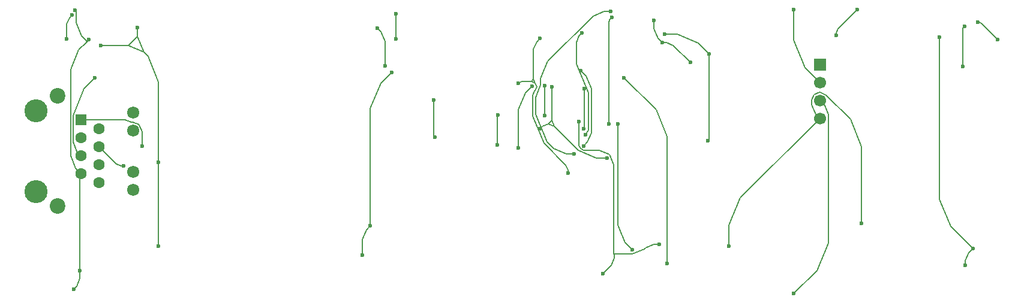
<source format=gbr>
%TF.GenerationSoftware,KiCad,Pcbnew,9.0.6*%
%TF.CreationDate,2026-01-10T21:11:38+01:00*%
%TF.ProjectId,_autosave-sisterboard_A,5f617574-6f73-4617-9665-2d7369737465,1.0*%
%TF.SameCoordinates,Original*%
%TF.FileFunction,Copper,L2,Bot*%
%TF.FilePolarity,Positive*%
%FSLAX46Y46*%
G04 Gerber Fmt 4.6, Leading zero omitted, Abs format (unit mm)*
G04 Created by KiCad (PCBNEW 9.0.6) date 2026-01-10 21:11:38*
%MOMM*%
%LPD*%
G01*
G04 APERTURE LIST*
G04 Aperture macros list*
%AMRoundRect*
0 Rectangle with rounded corners*
0 $1 Rounding radius*
0 $2 $3 $4 $5 $6 $7 $8 $9 X,Y pos of 4 corners*
0 Add a 4 corners polygon primitive as box body*
4,1,4,$2,$3,$4,$5,$6,$7,$8,$9,$2,$3,0*
0 Add four circle primitives for the rounded corners*
1,1,$1+$1,$2,$3*
1,1,$1+$1,$4,$5*
1,1,$1+$1,$6,$7*
1,1,$1+$1,$8,$9*
0 Add four rect primitives between the rounded corners*
20,1,$1+$1,$2,$3,$4,$5,0*
20,1,$1+$1,$4,$5,$6,$7,0*
20,1,$1+$1,$6,$7,$8,$9,0*
20,1,$1+$1,$8,$9,$2,$3,0*%
G04 Aperture macros list end*
%TA.AperFunction,ComponentPad*%
%ADD10C,2.200000*%
%TD*%
%TA.AperFunction,ComponentPad*%
%ADD11C,1.720000*%
%TD*%
%TA.AperFunction,ComponentPad*%
%ADD12C,1.600000*%
%TD*%
%TA.AperFunction,ComponentPad*%
%ADD13RoundRect,0.250000X-0.550000X0.550000X-0.550000X-0.550000X0.550000X-0.550000X0.550000X0.550000X0*%
%TD*%
%TA.AperFunction,WasherPad*%
%ADD14C,3.260000*%
%TD*%
%TA.AperFunction,ComponentPad*%
%ADD15C,1.700000*%
%TD*%
%TA.AperFunction,ComponentPad*%
%ADD16R,1.700000X1.700000*%
%TD*%
%TA.AperFunction,ViaPad*%
%ADD17C,0.600000*%
%TD*%
%TA.AperFunction,Conductor*%
%ADD18C,0.200000*%
%TD*%
G04 APERTURE END LIST*
D10*
%TO.P,J1,SH*%
%TO.N,N/C*%
X81550000Y-104510000D03*
X81550000Y-88920000D03*
D11*
%TO.P,J1,14*%
X92220000Y-102175000D03*
%TO.P,J1,13*%
X92220000Y-99635000D03*
%TO.P,J1,12*%
X92220000Y-93795000D03*
%TO.P,J1,11*%
X92220000Y-91255000D03*
D12*
%TO.P,J1,9*%
X87390000Y-101160000D03*
%TO.P,J1,8*%
%TO.N,GND*%
X84850000Y-99890000D03*
%TO.P,J1,7*%
%TO.N,+3.3V*%
X87390000Y-98620000D03*
%TO.P,J1,6*%
%TO.N,/SHDNZ*%
X84850000Y-97350000D03*
%TO.P,J1,5*%
%TO.N,/SCL_MOSI*%
X87390000Y-96080000D03*
%TO.P,J1,4*%
%TO.N,/SDA_SSZ*%
X84850000Y-94810000D03*
%TO.P,J1,3*%
%TO.N,/SDOUT*%
X87390000Y-93540000D03*
D13*
%TO.P,J1,2*%
%TO.N,/BCLK*%
X84850000Y-92270000D03*
D14*
%TO.P,J1,*%
%TO.N,*%
X78500000Y-102430000D03*
X78500000Y-91000000D03*
%TD*%
D15*
%TO.P,J2,4,Pin_4*%
%TO.N,Net-(J2-Pin_4)*%
X189150000Y-92095000D03*
%TO.P,J2,3,Pin_3*%
%TO.N,Net-(J2-Pin_3)*%
X189150000Y-89555000D03*
%TO.P,J2,2,Pin_2*%
%TO.N,Net-(J2-Pin_2)*%
X189150000Y-87015000D03*
D16*
%TO.P,J2,1,Pin_1*%
%TO.N,Net-(J2-Pin_1)*%
X189150000Y-84475000D03*
%TD*%
D17*
%TO.N,Net-(U1-PDMDIN2_GPI2)*%
X155356000Y-85323600D03*
X127782000Y-84681600D03*
X126656000Y-79322400D03*
X155797000Y-95995900D03*
%TO.N,Net-(U1-PDMLK2_GPO2)*%
X156054000Y-94381000D03*
X155547000Y-80037100D03*
%TO.N,Net-(U1-PDMLK1_GPO1)*%
X173499000Y-82986900D03*
X173374000Y-95227800D03*
X167270000Y-80218700D03*
%TO.N,/BCLK*%
X93464600Y-95997200D03*
%TO.N,Net-(U1-PDMCLK4_GPO4)*%
X158559000Y-114016000D03*
X166476000Y-109906000D03*
X155164000Y-92555900D03*
%TO.N,Net-(U1-SDOUT)*%
X134655000Y-89510400D03*
X134831000Y-94721000D03*
%TO.N,Net-(U1-PDMDIN4_GPI4)*%
X161523000Y-86350100D03*
X167618000Y-112577000D03*
%TO.N,Net-(J2-Pin_1)*%
X170857000Y-84188600D03*
X211402000Y-78491000D03*
X214204000Y-80911300D03*
X165728000Y-78239700D03*
X166875000Y-81380100D03*
%TO.N,Net-(U1-PDMDIN1_GPI1)*%
X194415000Y-76689200D03*
X191427000Y-80388700D03*
X159582000Y-76980100D03*
X154440000Y-97123200D03*
%TO.N,Net-(J2-Pin_4)*%
X176318000Y-110148000D03*
X195047000Y-106956000D03*
%TO.N,Net-(J2-Pin_3)*%
X185451000Y-116885000D03*
%TO.N,Net-(U1-PDMDIN3_GPI3)*%
X124574000Y-111443000D03*
X125691000Y-107325000D03*
X128679000Y-85628000D03*
X155878000Y-87865700D03*
X155809000Y-93605000D03*
%TO.N,Net-(J2-Pin_2)*%
X129333000Y-77290900D03*
X129330000Y-80882000D03*
X82835500Y-80830800D03*
X83586700Y-77509400D03*
X185451000Y-76689200D03*
%TO.N,/SCL_MOSI*%
X90861300Y-98813600D03*
X150308000Y-91724300D03*
X148562000Y-87514700D03*
X150299000Y-87490600D03*
X146607000Y-96254100D03*
%TO.N,/SHDNZ*%
X86847000Y-86374500D03*
%TO.N,Net-(U1-DREG)*%
X143676000Y-91650000D03*
X143619000Y-95873900D03*
%TO.N,+3.3V*%
X149612000Y-93588300D03*
X151336000Y-87625400D03*
X159073000Y-97682200D03*
%TO.N,+1V8*%
X159368000Y-92898400D03*
X159782000Y-77821300D03*
X160675000Y-92900000D03*
X162679000Y-110628000D03*
X209677000Y-112896000D03*
X210731000Y-110500000D03*
X95811000Y-110123000D03*
X92823000Y-79285600D03*
X206024000Y-80594500D03*
X87638300Y-81828700D03*
X95811000Y-98347700D03*
%TO.N,GND*%
X146607000Y-87172700D03*
X149595000Y-80824000D03*
X84729900Y-113602000D03*
X85994700Y-80951400D03*
X83813800Y-116294000D03*
X83975300Y-76793700D03*
X209355000Y-84726500D03*
X209535000Y-79063000D03*
X153604000Y-99820200D03*
%TD*%
D18*
%TO.N,Net-(U1-PDMDIN2_GPI2)*%
X127219000Y-79885100D02*
X126656000Y-79322400D01*
X127782000Y-81243700D02*
X127219000Y-79885100D01*
X127782000Y-84681600D02*
X127782000Y-81243700D01*
X156114000Y-86081000D02*
X155356000Y-85323600D01*
X156871000Y-87909500D02*
X156114000Y-86081000D01*
X156871000Y-94163000D02*
X156871000Y-87909500D01*
X156334000Y-95459100D02*
X156871000Y-94163000D01*
X155797000Y-95995900D02*
X156334000Y-95459100D01*
%TO.N,Net-(U1-PDMLK2_GPO2)*%
X155154000Y-80430400D02*
X155547000Y-80037100D01*
X154760000Y-81379900D02*
X155154000Y-80430400D01*
X154760000Y-84407300D02*
X154760000Y-81379900D01*
X155605000Y-86446200D02*
X154760000Y-84407300D01*
X156450000Y-88485200D02*
X155605000Y-86446200D01*
X156450000Y-93706500D02*
X156450000Y-88485200D01*
X156252000Y-94183400D02*
X156450000Y-93706500D01*
X156054000Y-94381000D02*
X156252000Y-94183400D01*
%TO.N,Net-(U1-PDMLK1_GPO1)*%
X173499000Y-95013700D02*
X173499000Y-82986900D01*
X173436000Y-95165100D02*
X173499000Y-95013700D01*
X173374000Y-95227800D02*
X173436000Y-95165100D01*
X169000000Y-80218700D02*
X167270000Y-80218700D01*
X171954000Y-81442200D02*
X169000000Y-80218700D01*
X173499000Y-82986900D02*
X171954000Y-81442200D01*
%TO.N,/BCLK*%
X91041200Y-92270000D02*
X84850000Y-92270000D01*
X91944600Y-92644200D02*
X91041200Y-92270000D01*
X92181900Y-92644200D02*
X91944600Y-92644200D01*
X93038800Y-92999100D02*
X92181900Y-92644200D01*
X93074200Y-93034600D02*
X93038800Y-92999100D01*
X93464600Y-93976900D02*
X93074200Y-93034600D01*
X93464600Y-95997200D02*
X93464600Y-93976900D01*
%TO.N,Net-(U1-PDMCLK4_GPO4)*%
X160099000Y-111297000D02*
X160069000Y-111224000D01*
X160142000Y-111254000D02*
X160099000Y-111297000D01*
X160069000Y-111224000D02*
X160142000Y-111254000D01*
X160099000Y-111865000D02*
X160099000Y-111297000D01*
X159668000Y-112907000D02*
X160099000Y-111865000D01*
X158559000Y-114016000D02*
X159668000Y-112907000D01*
X165743000Y-109906000D02*
X166476000Y-109906000D01*
X164492000Y-110424000D02*
X165743000Y-109906000D01*
X164336000Y-110580000D02*
X164492000Y-110424000D01*
X162708000Y-111254000D02*
X164336000Y-110580000D01*
X160142000Y-111254000D02*
X162708000Y-111254000D01*
X155164000Y-95931000D02*
X155164000Y-92555900D01*
X155354000Y-96390600D02*
X155164000Y-95931000D01*
X155814000Y-96580900D02*
X155354000Y-96390600D01*
X157979000Y-96580900D02*
X155814000Y-96580900D01*
X159435000Y-97184400D02*
X157979000Y-96580900D01*
X160039000Y-98641200D02*
X159435000Y-97184400D01*
X160039000Y-111194000D02*
X160039000Y-98641200D01*
X160069000Y-111224000D02*
X160039000Y-111194000D01*
%TO.N,Net-(U1-SDOUT)*%
X134655000Y-94420700D02*
X134655000Y-89510400D01*
X134743000Y-94633100D02*
X134655000Y-94420700D01*
X134831000Y-94721000D02*
X134743000Y-94633100D01*
%TO.N,Net-(U1-PDMDIN4_GPI4)*%
X166024000Y-90851700D02*
X161523000Y-86350100D01*
X167618000Y-94699500D02*
X166024000Y-90851700D01*
X167618000Y-112577000D02*
X167618000Y-94699500D01*
%TO.N,Net-(J2-Pin_1)*%
X211593000Y-78491000D02*
X211402000Y-78491000D01*
X211919000Y-78626300D02*
X211593000Y-78491000D01*
X214204000Y-80911300D02*
X211919000Y-78626300D01*
X167461000Y-81380100D02*
X166875000Y-81380100D01*
X168463000Y-81795000D02*
X167461000Y-81380100D01*
X170857000Y-84188600D02*
X168463000Y-81795000D01*
X165728000Y-79422400D02*
X165728000Y-78239700D01*
X166301000Y-80806700D02*
X165728000Y-79422400D01*
X166875000Y-81380100D02*
X166301000Y-80806700D01*
%TO.N,Net-(U1-PDMDIN1_GPI1)*%
X153377000Y-97123200D02*
X154440000Y-97123200D01*
X151562000Y-96371500D02*
X153377000Y-97123200D01*
X150603000Y-95412200D02*
X151562000Y-96371500D01*
X149009000Y-91564400D02*
X150603000Y-95412200D01*
X149009000Y-89135900D02*
X149009000Y-91564400D01*
X149371000Y-88263100D02*
X149009000Y-89135900D01*
X149732000Y-87390200D02*
X149371000Y-88263100D01*
X149732000Y-86475900D02*
X149732000Y-87390200D01*
X150740000Y-84042400D02*
X149732000Y-86475900D01*
X157173000Y-77609500D02*
X150740000Y-84042400D01*
X158692000Y-76980100D02*
X157173000Y-77609500D01*
X159582000Y-76980100D02*
X158692000Y-76980100D01*
X191427000Y-80032900D02*
X191427000Y-80388700D01*
X191679000Y-79425600D02*
X191427000Y-80032900D01*
X194415000Y-76689200D02*
X191679000Y-79425600D01*
%TO.N,Net-(J2-Pin_4)*%
X177912000Y-103333000D02*
X189150000Y-92095000D01*
X176318000Y-107181000D02*
X177912000Y-103333000D01*
X176318000Y-110148000D02*
X176318000Y-107181000D01*
X188577000Y-91522100D02*
X189150000Y-92095000D01*
X188004000Y-90139000D02*
X188577000Y-91522100D01*
X188004000Y-89483300D02*
X188004000Y-90139000D01*
X188311000Y-88742800D02*
X188004000Y-89483300D01*
X189052000Y-88436000D02*
X188311000Y-88742800D01*
X189136000Y-88436000D02*
X189052000Y-88436000D01*
X190021000Y-88802500D02*
X189136000Y-88436000D01*
X193453000Y-92235100D02*
X190021000Y-88802500D01*
X195047000Y-96082900D02*
X193453000Y-92235100D01*
X195047000Y-106956000D02*
X195047000Y-96082900D01*
%TO.N,Net-(J2-Pin_3)*%
X189732000Y-90136600D02*
X189150000Y-89555000D01*
X190313000Y-91540700D02*
X189732000Y-90136600D01*
X190313000Y-109769000D02*
X190313000Y-91540700D01*
X188719000Y-113617000D02*
X190313000Y-109769000D01*
X185451000Y-116885000D02*
X188719000Y-113617000D01*
%TO.N,Net-(U1-PDMDIN3_GPI3)*%
X124574000Y-109232000D02*
X124574000Y-111443000D01*
X125132000Y-107884000D02*
X124574000Y-109232000D01*
X125691000Y-107325000D02*
X125132000Y-107884000D01*
X127185000Y-87122000D02*
X128679000Y-85628000D01*
X125691000Y-90728800D02*
X127185000Y-87122000D01*
X125691000Y-107325000D02*
X125691000Y-90728800D01*
X155844000Y-93570700D02*
X155809000Y-93605000D01*
X155878000Y-93487900D02*
X155844000Y-93570700D01*
X155878000Y-87865700D02*
X155878000Y-93487900D01*
%TO.N,Net-(J2-Pin_2)*%
X129332000Y-77292100D02*
X129333000Y-77290900D01*
X129330000Y-77294800D02*
X129332000Y-77292100D01*
X129330000Y-80882000D02*
X129330000Y-77294800D01*
X187045000Y-84909800D02*
X189150000Y-87015000D01*
X185451000Y-81062000D02*
X187045000Y-84909800D01*
X185451000Y-76689200D02*
X185451000Y-81062000D01*
X82835500Y-78791800D02*
X82835500Y-80830800D01*
X83211100Y-77885000D02*
X82835500Y-78791800D01*
X83586700Y-77509400D02*
X83211100Y-77885000D01*
%TO.N,/SCL_MOSI*%
X89862800Y-98552800D02*
X87390000Y-96080000D01*
X90492400Y-98813600D02*
X89862800Y-98552800D01*
X90861300Y-98813600D02*
X90492400Y-98813600D01*
X150304000Y-87495200D02*
X150299000Y-87490600D01*
X150308000Y-87506500D02*
X150304000Y-87495200D01*
X150308000Y-91724300D02*
X150308000Y-87506500D01*
X147584000Y-88492100D02*
X148562000Y-87514700D01*
X146607000Y-90851800D02*
X147584000Y-88492100D01*
X146607000Y-96254100D02*
X146607000Y-90851800D01*
%TO.N,/SHDNZ*%
X84297000Y-96797000D02*
X84850000Y-97350000D01*
X83744000Y-95461900D02*
X84297000Y-96797000D01*
X83744000Y-91671700D02*
X83744000Y-95461900D01*
X85295500Y-87926000D02*
X83744000Y-91671700D01*
X86847000Y-86374500D02*
X85295500Y-87926000D01*
%TO.N,Net-(U1-DREG)*%
X143647000Y-91678300D02*
X143676000Y-91650000D01*
X143619000Y-91746600D02*
X143647000Y-91678300D01*
X143619000Y-95873900D02*
X143619000Y-91746600D01*
%TO.N,+3.3V*%
X150822000Y-92891500D02*
X151336000Y-92377600D01*
X151700000Y-93254900D02*
X150822000Y-92891500D01*
X151336000Y-92377600D02*
X151700000Y-93254900D01*
X150801000Y-92891500D02*
X150822000Y-92891500D01*
X149960000Y-93239900D02*
X150801000Y-92891500D01*
X149612000Y-93588300D02*
X149960000Y-93239900D01*
X151336000Y-92377600D02*
X151336000Y-87625400D01*
X155085000Y-96640400D02*
X151700000Y-93254900D01*
X157600000Y-97682100D02*
X155085000Y-96640400D01*
X159073000Y-97682100D02*
X157600000Y-97682100D01*
X159073000Y-97682200D02*
X159073000Y-97682100D01*
%TO.N,+1V8*%
X91551400Y-81828700D02*
X92823000Y-80557100D01*
X93722100Y-82727800D02*
X91551400Y-81828700D01*
X92823000Y-80557100D02*
X93722100Y-82727800D01*
X209677000Y-112225000D02*
X209677000Y-112896000D01*
X210152000Y-111079000D02*
X209677000Y-112225000D01*
X210731000Y-110500000D02*
X210152000Y-111079000D01*
X159368000Y-78528900D02*
X159368000Y-92898400D01*
X159575000Y-78028600D02*
X159368000Y-78528900D01*
X159782000Y-77821300D02*
X159575000Y-78028600D01*
X91551400Y-81828700D02*
X87638300Y-81828700D01*
X92823000Y-80557100D02*
X92823000Y-79285600D01*
X160675000Y-107207000D02*
X160675000Y-92900000D01*
X161677000Y-109626000D02*
X160675000Y-107207000D01*
X162679000Y-110628000D02*
X161677000Y-109626000D01*
X206024000Y-103539000D02*
X206024000Y-80594500D01*
X207617000Y-107387000D02*
X206024000Y-103539000D01*
X210731000Y-110500000D02*
X207617000Y-107387000D01*
X95811000Y-110123000D02*
X95811000Y-98347700D01*
X95811000Y-86929500D02*
X95811000Y-98345300D01*
X94317000Y-83322700D02*
X95811000Y-86929500D01*
X93722100Y-82727800D02*
X94317000Y-83322700D01*
X95811000Y-98347700D02*
X95811000Y-98345300D01*
%TO.N,GND*%
X148425000Y-86883300D02*
X148732000Y-86575800D01*
X148950000Y-87100800D02*
X148425000Y-86883300D01*
X148732000Y-86575800D02*
X148950000Y-87100800D01*
X85856400Y-81089600D02*
X85579900Y-81366100D01*
X84271900Y-115836000D02*
X83813800Y-116294000D01*
X84729900Y-114730000D02*
X84271900Y-115836000D01*
X84729900Y-113602000D02*
X84729900Y-114730000D01*
X209445000Y-79153100D02*
X209535000Y-79063000D01*
X209355000Y-79370800D02*
X209445000Y-79153100D01*
X209355000Y-84726500D02*
X209355000Y-79370800D01*
X84070600Y-76888900D02*
X83975300Y-76793700D01*
X84165800Y-77118900D02*
X84070600Y-76888900D01*
X84165800Y-78577800D02*
X84165800Y-77118900D01*
X84942000Y-80451700D02*
X84165800Y-78577800D01*
X85579900Y-81089600D02*
X84942000Y-80451700D01*
X85856400Y-81089600D02*
X85994700Y-80951400D01*
X147101000Y-86883300D02*
X148425000Y-86883300D01*
X146752000Y-87028000D02*
X147101000Y-86883300D01*
X146607000Y-87172700D02*
X146752000Y-87028000D01*
X148732000Y-82297100D02*
X148732000Y-86575800D01*
X149164000Y-81255400D02*
X148732000Y-82297100D01*
X149595000Y-80824000D02*
X149164000Y-81255400D01*
X153604000Y-99405600D02*
X153604000Y-99820200D01*
X153310000Y-98697700D02*
X153604000Y-99405600D01*
X150235000Y-95622700D02*
X153310000Y-98697700D01*
X148642000Y-91774900D02*
X150235000Y-95622700D01*
X148642000Y-88844900D02*
X148642000Y-91774900D01*
X148904000Y-88210600D02*
X148642000Y-88844900D01*
X148944000Y-88170400D02*
X148904000Y-88210600D01*
X149167000Y-87633000D02*
X148944000Y-88170400D01*
X149167000Y-87625700D02*
X149167000Y-87633000D01*
X148950000Y-87100800D02*
X149167000Y-87625700D01*
X85579900Y-81366100D02*
X85579900Y-81089600D01*
X85579900Y-81089600D02*
X85856400Y-81089600D01*
X84850000Y-99890000D02*
X84789900Y-99890000D01*
X84789900Y-99829900D02*
X84789900Y-99890000D01*
X84113600Y-99153600D02*
X84789900Y-99829900D01*
X83377100Y-97375600D02*
X84113600Y-99153600D01*
X83377100Y-85224400D02*
X83377100Y-97375600D01*
X84547600Y-82398400D02*
X83377100Y-85224400D01*
X85579900Y-81366100D02*
X84547600Y-82398400D01*
X84729900Y-100095000D02*
X84729900Y-113602000D01*
X84789900Y-99950100D02*
X84729900Y-100095000D01*
X84789900Y-99890000D02*
X84789900Y-99950100D01*
%TD*%
M02*

</source>
